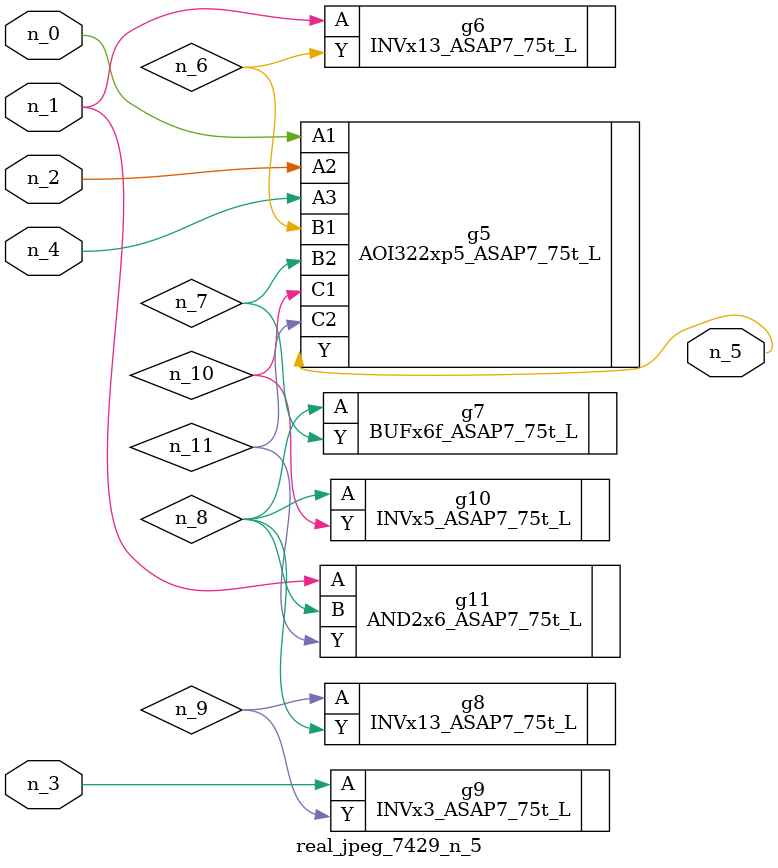
<source format=v>
module real_jpeg_7429_n_5 (n_4, n_0, n_1, n_2, n_3, n_5);

input n_4;
input n_0;
input n_1;
input n_2;
input n_3;

output n_5;

wire n_8;
wire n_11;
wire n_6;
wire n_7;
wire n_10;
wire n_9;

AOI322xp5_ASAP7_75t_L g5 ( 
.A1(n_0),
.A2(n_2),
.A3(n_4),
.B1(n_6),
.B2(n_7),
.C1(n_10),
.C2(n_11),
.Y(n_5)
);

INVx13_ASAP7_75t_L g6 ( 
.A(n_1),
.Y(n_6)
);

AND2x6_ASAP7_75t_L g11 ( 
.A(n_1),
.B(n_8),
.Y(n_11)
);

INVx3_ASAP7_75t_L g9 ( 
.A(n_3),
.Y(n_9)
);

BUFx6f_ASAP7_75t_L g7 ( 
.A(n_8),
.Y(n_7)
);

INVx5_ASAP7_75t_L g10 ( 
.A(n_8),
.Y(n_10)
);

INVx13_ASAP7_75t_L g8 ( 
.A(n_9),
.Y(n_8)
);


endmodule
</source>
